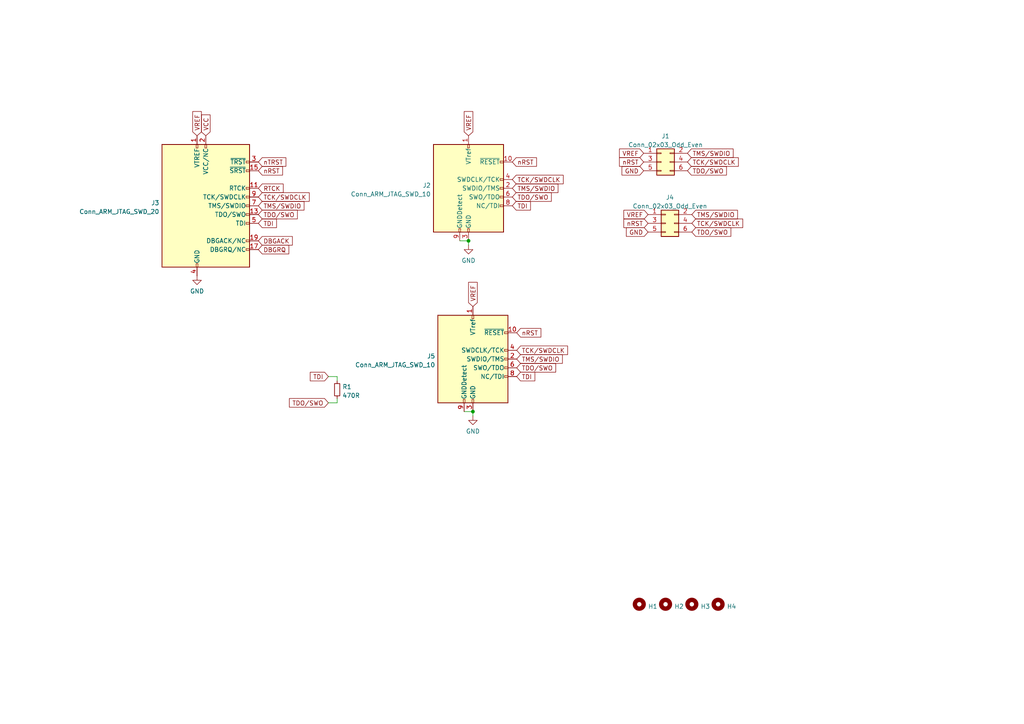
<source format=kicad_sch>
(kicad_sch (version 20230121) (generator eeschema)
  (paper "A4")
  (title_block (title "JTAG/SWD Adapter") (date "2023-03-20") (rev "1.0") (company "Michael Gross"))
  (lib_symbols
    (symbol "Connector:Conn_ARM_JTAG_SWD_10" (pin_names (offset 1.016))
      (property "Reference" "J" (at -2.54 16.51 0))
      (property "Value" "Conn_ARM_JTAG_SWD_10" (at -2.54 13.97 0))
      (symbol "Conn_ARM_JTAG_SWD_10_0_1"
        (rectangle (start -10.16 12.7) (end 10.16 -12.7) (stroke (width 0.254)) (fill (type background)))
        (rectangle (start -2.794 -12.7) (end -2.286 -11.684))
        (rectangle (start -0.254 -12.7) (end 0.254 -11.684))
        (rectangle (start -0.254 12.7) (end 0.254 11.684))
        (rectangle (start 9.144 2.286) (end 10.16 2.794))
        (rectangle (start 10.16 -2.794) (end 9.144 -2.286))
        (rectangle (start 10.16 -0.254) (end 9.144 0.254))
        (rectangle (start 10.16 7.874) (end 9.144 7.366))
      )
      (symbol "Conn_ARM_JTAG_SWD_10_1_1"
        (rectangle (start 9.144 -5.334) (end 10.16 -4.826))
        (pin power_in line (at 0 15.24 270) (length 2.54) (name "VTref") (number "1"))
        (pin open_collector line (at 12.7 7.62 180) (length 2.54) (name "~{RESET}") (number "10"))
        (pin bidirectional line (at 12.7 0 180) (length 2.54) (name "SWDIO/TMS") (number "2"))
        (pin power_in line (at 0 -15.24 90) (length 2.54) (name "GND") (number "3"))
        (pin output line (at 12.7 2.54 180) (length 2.54) (name "SWDCLK/TCK") (number "4"))
        (pin passive line (at 0 -15.24 90) (length 2.54) hide (name "GND") (number "5"))
        (pin input line (at 12.7 -2.54 180) (length 2.54) (name "SWO/TDO") (number "6"))
        (pin no_connect line (at -10.16 0 0) (length 2.54) hide (name "KEY") (number "7"))
        (pin output line (at 12.7 -5.08 180) (length 2.54) (name "NC/TDI") (number "8"))
        (pin passive line (at -2.54 -15.24 90) (length 2.54) (name "GNDDetect") (number "9"))
      )
    )
    (symbol "Connector:Conn_ARM_JTAG_SWD_20" (pin_names (offset 1.016))
      (property "Reference" "J" (at -5.08 21.59 0))
      (property "Value" "Conn_ARM_JTAG_SWD_20" (at -5.08 19.05 0))
      (symbol "Conn_ARM_JTAG_SWD_20_0_1"
        (rectangle (start -12.7 17.78) (end 12.7 -17.78) (stroke (width 0.254)) (fill (type background)))
        (rectangle (start -2.794 -17.78) (end -2.286 -16.764))
        (rectangle (start -2.794 17.78) (end -2.286 16.764))
        (rectangle (start -0.254 17.78) (end 0.254 16.764))
        (rectangle (start 11.684 2.286) (end 12.7 2.794))
        (rectangle (start 12.7 -12.446) (end 11.684 -12.954))
        (rectangle (start 12.7 -9.906) (end 11.684 -10.414))
        (rectangle (start 12.7 -2.794) (end 11.684 -2.286))
        (rectangle (start 12.7 -0.254) (end 11.684 0.254))
        (rectangle (start 12.7 4.826) (end 11.684 5.334))
        (rectangle (start 12.7 10.414) (end 11.684 9.906))
        (rectangle (start 12.7 12.954) (end 11.684 12.446))
      )
      (symbol "Conn_ARM_JTAG_SWD_20_1_1"
        (rectangle (start 11.684 -5.334) (end 12.7 -4.826))
        (pin power_in line (at -2.54 20.32 270) (length 2.54) (name "VTREF") (number "1"))
        (pin passive line (at -2.54 -20.32 90) (length 2.54) hide (name "GND") (number "10"))
        (pin input line (at 15.24 5.08 180) (length 2.54) (name "RTCK") (number "11"))
        (pin passive line (at -2.54 -20.32 90) (length 2.54) hide (name "GND") (number "12"))
        (pin input line (at 15.24 -2.54 180) (length 2.54) (name "TDO/SWO") (number "13"))
        (pin passive line (at -2.54 -20.32 90) (length 2.54) hide (name "GND") (number "14"))
        (pin bidirectional line (at 15.24 10.16 180) (length 2.54) (name "~{SRST}") (number "15"))
        (pin passive line (at -2.54 -20.32 90) (length 2.54) hide (name "GND") (number "16"))
        (pin output line (at 15.24 -12.7 180) (length 2.54) (name "DBGRQ/NC") (number "17"))
        (pin passive line (at -2.54 -20.32 90) (length 2.54) hide (name "GND") (number "18"))
        (pin input line (at 15.24 -10.16 180) (length 2.54) (name "DBGACK/NC") (number "19"))
        (pin power_in line (at 0 20.32 270) (length 2.54) (name "VCC/NC") (number "2"))
        (pin passive line (at -2.54 -20.32 90) (length 2.54) hide (name "GND") (number "20"))
        (pin output line (at 15.24 12.7 180) (length 2.54) (name "~{TRST}") (number "3"))
        (pin power_in line (at -2.54 -20.32 90) (length 2.54) (name "GND") (number "4"))
        (pin output line (at 15.24 -5.08 180) (length 2.54) (name "TDI") (number "5"))
        (pin passive line (at -2.54 -20.32 90) (length 2.54) hide (name "GND") (number "6"))
        (pin output line (at 15.24 0 180) (length 2.54) (name "TMS/SWDIO") (number "7"))
        (pin passive line (at -2.54 -20.32 90) (length 2.54) hide (name "GND") (number "8"))
        (pin output line (at 15.24 2.54 180) (length 2.54) (name "TCK/SWDCLK") (number "9"))
      )
    )
    (symbol "Connector_Generic:Conn_02x03_Odd_Even" (pin_names (offset 1.016) hide)
      (property "Reference" "J" (at 1.27 5.08 0))
      (property "Value" "Conn_02x03_Odd_Even" (at 1.27 -5.08 0))
      (symbol "Conn_02x03_Odd_Even_1_1"
        (rectangle (start -1.27 -2.413) (end 0 -2.667) (stroke (width 0.1524)))
        (rectangle (start -1.27 0.127) (end 0 -0.127) (stroke (width 0.1524)))
        (rectangle (start -1.27 2.667) (end 0 2.413) (stroke (width 0.1524)))
        (rectangle (start -1.27 3.81) (end 3.81 -3.81) (stroke (width 0.254)) (fill (type background)))
        (rectangle (start 3.81 -2.413) (end 2.54 -2.667) (stroke (width 0.1524)))
        (rectangle (start 3.81 0.127) (end 2.54 -0.127) (stroke (width 0.1524)))
        (rectangle (start 3.81 2.667) (end 2.54 2.413) (stroke (width 0.1524)))
        (pin passive line (at -5.08 2.54 0) (length 3.81) (name "Pin_1") (number "1"))
        (pin passive line (at 7.62 2.54 180) (length 3.81) (name "Pin_2") (number "2"))
        (pin passive line (at -5.08 0 0) (length 3.81) (name "Pin_3") (number "3"))
        (pin passive line (at 7.62 0 180) (length 3.81) (name "Pin_4") (number "4"))
        (pin passive line (at -5.08 -2.54 0) (length 3.81) (name "Pin_5") (number "5"))
        (pin passive line (at 7.62 -2.54 180) (length 3.81) (name "Pin_6") (number "6"))
      )
    )
    (symbol "Device:R_Small" (pin_numbers hide) (pin_names (offset 0.254) hide)
      (property "Reference" "R" (at 0.762 0.508 0))
      (property "Value" "R_Small" (at 0.762 -1.016 0))
      (symbol "R_Small_0_1"
        (rectangle (start -0.762 1.778) (end 0.762 -1.778) (stroke (width 0.2032)))
      )
      (symbol "R_Small_1_1"
        (pin passive line (at 0 2.54 270) (length 0.762) (name "~") (number "1"))
        (pin passive line (at 0 -2.54 90) (length 0.762) (name "~") (number "2"))
      )
    )
    (symbol "Mechanical:MountingHole" (pin_names (offset 1.016))
      (property "Reference" "H" (at 0 5.08 0))
      (property "Value" "MountingHole" (at 0 3.175 0))
      (symbol "MountingHole_0_1"
        (circle (center 0 0) (radius 1.27) (stroke (width 1.27)))
      )
    )
    (symbol "power:GND" (power) (pin_names (offset 0))
      (property "Value" "GND" (at 0 -3.81 0))
      (symbol "GND_0_1"
        (polyline (pts (xy 0 0) (xy 0 -1.27) (xy 1.27 -1.27) (xy 0 -2.54) (xy -1.27 -1.27) (xy 0 -1.27)))
      )
      (symbol "GND_1_1"
        (pin power_in line (at 0 0 270) (length 0) hide (name "GND") (number "1"))
      )
    )
  )
  (junction (at 137.16 119.38))
  (junction (at 135.89 69.85))
  (wire (pts (xy 97.79 109.22) (xy 95.25 109.22)))
  (wire (pts (xy 97.79 116.84) (xy 97.79 115.57)))
  (wire (pts (xy 95.25 116.84) (xy 97.79 116.84)))
  (wire (pts (xy 137.16 119.38) (xy 137.16 120.65)))
  (wire (pts (xy 133.35 69.85) (xy 135.89 69.85)))
  (wire (pts (xy 134.62 119.38) (xy 137.16 119.38)))
  (wire (pts (xy 135.89 69.85) (xy 135.89 71.12)))
  (wire (pts (xy 97.79 110.49) (xy 97.79 109.22)))
  (global_label "TDI" (shape input) (at 74.93 64.77 0) (property "Intersheetrefs" "${INTERSHEET_REFS}" (effects hide)))
  (global_label "TDO{slash}SWO" (shape input) (at 200.66 67.31 0) (property "Intersheetrefs" "${INTERSHEET_REFS}" (effects hide)))
  (global_label "nRST" (shape input) (at 186.69 46.99 180) (property "Intersheetrefs" "${INTERSHEET_REFS}" (effects hide)))
  (global_label "nRST" (shape input) (at 148.59 46.99 0) (property "Intersheetrefs" "${INTERSHEET_REFS}" (effects hide)))
  (global_label "DBGACK" (shape input) (at 74.93 69.85 0) (property "Intersheetrefs" "${INTERSHEET_REFS}" (effects hide)))
  (global_label "TDI" (shape input) (at 148.59 59.69 0) (property "Intersheetrefs" "${INTERSHEET_REFS}" (effects hide)))
  (global_label "TCK{slash}SWDCLK" (shape input) (at 200.66 64.77 0) (property "Intersheetrefs" "${INTERSHEET_REFS}" (effects hide)))
  (global_label "VREF" (shape input) (at 137.16 88.9 90) (property "Intersheetrefs" "${INTERSHEET_REFS}" (effects hide)))
  (global_label "VREF" (shape input) (at 186.69 44.45 180) (property "Intersheetrefs" "${INTERSHEET_REFS}" (effects hide)))
  (global_label "nRST" (shape input) (at 149.86 96.52 0) (property "Intersheetrefs" "${INTERSHEET_REFS}" (effects hide)))
  (global_label "TCK{slash}SWDCLK" (shape input) (at 149.86 101.6 0) (property "Intersheetrefs" "${INTERSHEET_REFS}" (effects hide)))
  (global_label "GND" (shape input) (at 187.96 67.31 180) (property "Intersheetrefs" "${INTERSHEET_REFS}" (effects hide)))
  (global_label "nRST" (shape input) (at 74.93 49.53 0) (property "Intersheetrefs" "${INTERSHEET_REFS}" (effects hide)))
  (global_label "TDO{slash}SWO" (shape input) (at 149.86 106.68 0) (property "Intersheetrefs" "${INTERSHEET_REFS}" (effects hide)))
  (global_label "VCC" (shape input) (at 59.69 39.37 90) (property "Intersheetrefs" "${INTERSHEET_REFS}" (effects hide)))
  (global_label "TDO{slash}SWO" (shape input) (at 199.39 49.53 0) (property "Intersheetrefs" "${INTERSHEET_REFS}" (effects hide)))
  (global_label "TDO{slash}SWO" (shape input) (at 95.25 116.84 180) (property "Intersheetrefs" "${INTERSHEET_REFS}" (effects hide)))
  (global_label "DBGRQ" (shape input) (at 74.93 72.39 0) (property "Intersheetrefs" "${INTERSHEET_REFS}" (effects hide)))
  (global_label "TDI" (shape input) (at 95.25 109.22 180) (property "Intersheetrefs" "${INTERSHEET_REFS}" (effects hide)))
  (global_label "TDO{slash}SWO" (shape input) (at 148.59 57.15 0) (property "Intersheetrefs" "${INTERSHEET_REFS}" (effects hide)))
  (global_label "TMS{slash}SWDIO" (shape input) (at 148.59 54.61 0) (property "Intersheetrefs" "${INTERSHEET_REFS}" (effects hide)))
  (global_label "VREF" (shape input) (at 135.89 39.37 90) (property "Intersheetrefs" "${INTERSHEET_REFS}" (effects hide)))
  (global_label "RTCK" (shape input) (at 74.93 54.61 0) (property "Intersheetrefs" "${INTERSHEET_REFS}" (effects hide)))
  (global_label "VREF" (shape input) (at 187.96 62.23 180) (property "Intersheetrefs" "${INTERSHEET_REFS}" (effects hide)))
  (global_label "TMS{slash}SWDIO" (shape input) (at 149.86 104.14 0) (property "Intersheetrefs" "${INTERSHEET_REFS}" (effects hide)))
  (global_label "TCK{slash}SWDCLK" (shape input) (at 148.59 52.07 0) (property "Intersheetrefs" "${INTERSHEET_REFS}" (effects hide)))
  (global_label "VREF" (shape input) (at 57.15 39.37 90) (property "Intersheetrefs" "${INTERSHEET_REFS}" (effects hide)))
  (global_label "TMS{slash}SWDIO" (shape input) (at 199.39 44.45 0) (property "Intersheetrefs" "${INTERSHEET_REFS}" (effects hide)))
  (global_label "nRST" (shape input) (at 187.96 64.77 180) (property "Intersheetrefs" "${INTERSHEET_REFS}" (effects hide)))
  (global_label "TMS{slash}SWDIO" (shape input) (at 200.66 62.23 0) (property "Intersheetrefs" "${INTERSHEET_REFS}" (effects hide)))
  (global_label "TMS{slash}SWDIO" (shape input) (at 74.93 59.69 0) (property "Intersheetrefs" "${INTERSHEET_REFS}" (effects hide)))
  (global_label "GND" (shape input) (at 186.69 49.53 180) (property "Intersheetrefs" "${INTERSHEET_REFS}" (effects hide)))
  (global_label "TCK{slash}SWDCLK" (shape input) (at 199.39 46.99 0) (property "Intersheetrefs" "${INTERSHEET_REFS}" (effects hide)))
  (global_label "nTRST" (shape input) (at 74.93 46.99 0) (property "Intersheetrefs" "${INTERSHEET_REFS}" (effects hide)))
  (global_label "TCK{slash}SWDCLK" (shape input) (at 74.93 57.15 0) (property "Intersheetrefs" "${INTERSHEET_REFS}" (effects hide)))
  (global_label "TDI" (shape input) (at 149.86 109.22 0) (property "Intersheetrefs" "${INTERSHEET_REFS}" (effects hide)))
  (global_label "TDO{slash}SWO" (shape input) (at 74.93 62.23 0) (property "Intersheetrefs" "${INTERSHEET_REFS}" (effects hide)))
  (symbol (lib_id "power:GND") (at 135.89 71.12 0) (unit 1)
    (property "Reference" "#PWR01" (effects hide))
    (property "Value" "GND" (at 135.89 75.5634 0))
  )
  (symbol (lib_id "Mechanical:MountingHole") (at 185.42 175.26 0) (unit 1)
    (property "Reference" "H1" (at 187.96 175.895 0) (effects (justify left)))
    (property "Value" "MountingHole" (effects hide))
    (property "Footprint" "MountingHole:MountingHole_3.2mm_M3_Pad_Via" (effects hide))
  )
  (symbol (lib_id "power:GND") (at 57.15 80.01 0) (unit 1)
    (property "Reference" "#PWR02" (effects hide))
    (property "Value" "GND" (at 57.15 84.4534 0))
  )
  (symbol (lib_id "power:GND") (at 137.16 120.65 0) (unit 1)
    (property "Reference" "#PWR04" (effects hide))
    (property "Value" "GND" (at 137.16 125.0934 0))
  )
  (symbol (lib_id "Mechanical:MountingHole") (at 200.66 175.26 0) (unit 1)
    (property "Reference" "H3" (at 203.2 175.895 0) (effects (justify left)))
    (property "Value" "MountingHole" (effects hide))
    (property "Footprint" "MountingHole:MountingHole_3.2mm_M3_Pad_Via" (effects hide))
  )
  (symbol (lib_id "Connector_Generic:Conn_02x03_Odd_Even") (at 193.04 64.77 0) (unit 1)
    (property "Reference" "J4" (at 194.31 57.2602 0))
    (property "Value" "Conn_02x03_Odd_Even" (at 194.31 59.7971 0))
    (property "Footprint" "Custom:IDC_Connector_2x03_P1.27mm" (effects hide))
  )
  (symbol (lib_id "Mechanical:MountingHole") (at 193.04 175.26 0) (unit 1)
    (property "Reference" "H2" (at 195.58 175.895 0) (effects (justify left)))
    (property "Value" "MountingHole" (effects hide))
    (property "Footprint" "MountingHole:MountingHole_3.2mm_M3_Pad_Via" (effects hide))
  )
  (symbol (lib_id "Device:R_Small") (at 97.79 113.03 0) (unit 1)
    (property "Reference" "R1" (at 99.2886 112.1953 0) (effects (justify left)))
    (property "Value" "470R" (at 99.2886 114.7322 0) (effects (justify left)))
    (property "Footprint" "Resistor_SMD:R_0603_1608Metric" (effects hide))
  )
  (symbol (lib_id "Connector:Conn_ARM_JTAG_SWD_10") (at 137.16 104.14 0) (unit 1)
    (property "Reference" "J5" (at 126.238 103.3053 0) (effects (justify right)))
    (property "Value" "Conn_ARM_JTAG_SWD_10" (at 126.238 105.8422 0) (effects (justify right)))
    (property "Footprint" "Custom:Connector_IDC_2x05_P1.27" (effects hide))
    (property "Datasheet" "http://infocenter.arm.com/help/topic/com.arm.doc.ddi0314h/DDI0314H_coresight_components_trm.pdf" (effects hide))
  )
  (symbol (lib_id "Connector:Conn_ARM_JTAG_SWD_10") (at 135.89 54.61 0) (unit 1)
    (property "Reference" "J2" (at 124.968 53.7753 0) (effects (justify right)))
    (property "Value" "Conn_ARM_JTAG_SWD_10" (at 124.968 56.3122 0) (effects (justify right)))
    (property "Footprint" "Connector_IDC:IDC-Header_2x05_P2.54mm_Vertical" (effects hide))
    (property "Datasheet" "http://infocenter.arm.com/help/topic/com.arm.doc.ddi0314h/DDI0314H_coresight_components_trm.pdf" (effects hide))
  )
  (symbol (lib_id "Connector:Conn_ARM_JTAG_SWD_20") (at 59.69 59.69 0) (unit 1)
    (property "Reference" "J3" (at 46.228 58.8553 0) (effects (justify right)))
    (property "Value" "Conn_ARM_JTAG_SWD_20" (at 46.228 61.3922 0) (effects (justify right)))
    (property "Footprint" "Connector_IDC:IDC-Header_2x10_P2.54mm_Vertical" (effects hide))
    (property "Datasheet" "http://infocenter.arm.com/help/topic/com.arm.doc.dui0499b/DUI0499B_system_design_reference.pdf" (effects hide))
  )
  (symbol (lib_id "Connector_Generic:Conn_02x03_Odd_Even") (at 191.77 46.99 0) (unit 1)
    (property "Reference" "J1" (at 193.04 39.4802 0))
    (property "Value" "Conn_02x03_Odd_Even" (at 193.04 42.0171 0))
    (property "Footprint" "Connector_IDC:IDC-Header_2x03_P2.54mm_Vertical" (effects hide))
  )
  (symbol (lib_id "Mechanical:MountingHole") (at 208.28 175.26 0) (unit 1)
    (property "Reference" "H4" (at 210.82 175.895 0) (effects (justify left)))
    (property "Value" "MountingHole" (effects hide))
    (property "Footprint" "MountingHole:MountingHole_3.2mm_M3_Pad_Via" (effects hide))
  )
)
</source>
